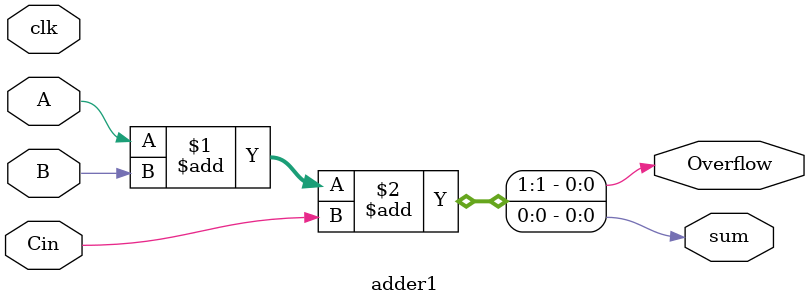
<source format=v>
`timescale 1ns / 1ps
module adder1(
    input clk,
    input Cin,
    input A,
    input B,
    output sum,
    output Overflow
    );
	 
	 assign {Overflow, sum} = A + B + Cin;
	 
endmodule

</source>
